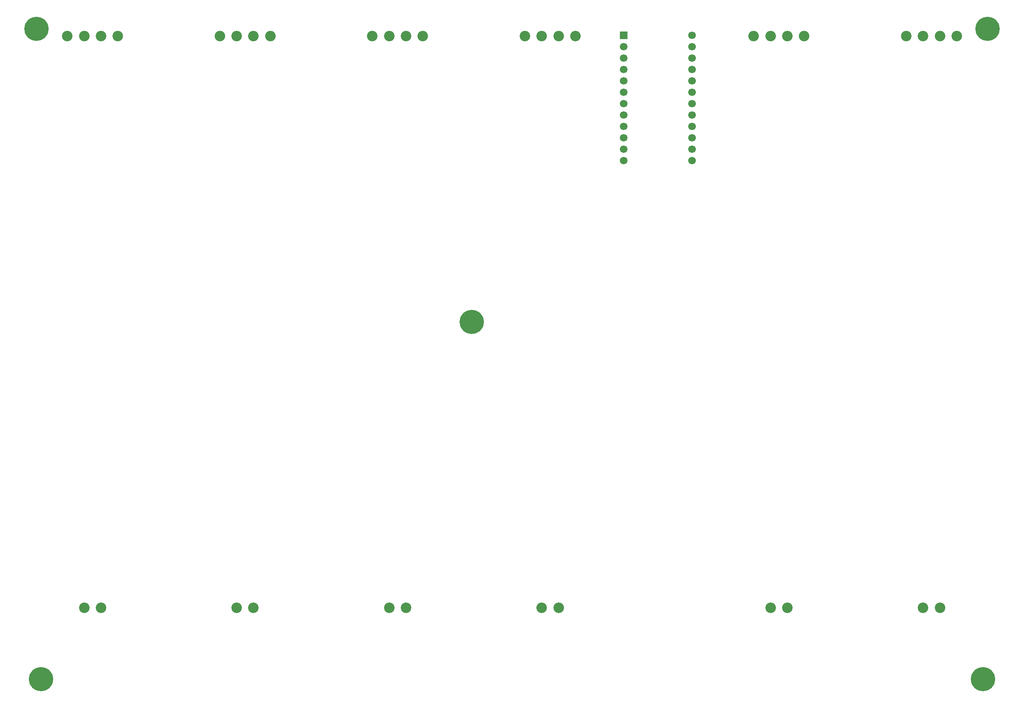
<source format=gbr>
%TF.GenerationSoftware,KiCad,Pcbnew,(5.1.6)-1*%
%TF.CreationDate,2020-07-07T10:02:33+02:00*%
%TF.ProjectId,Snackboard_pro_micro,536e6163-6b62-46f6-9172-645f70726f5f,rev?*%
%TF.SameCoordinates,Original*%
%TF.FileFunction,Soldermask,Bot*%
%TF.FilePolarity,Negative*%
%FSLAX46Y46*%
G04 Gerber Fmt 4.6, Leading zero omitted, Abs format (unit mm)*
G04 Created by KiCad (PCBNEW (5.1.6)-1) date 2020-07-07 10:02:33*
%MOMM*%
%LPD*%
G01*
G04 APERTURE LIST*
%ADD10R,1.700000X1.700000*%
%ADD11C,1.700000*%
%ADD12C,2.350000*%
%ADD13C,5.400000*%
G04 APERTURE END LIST*
D10*
%TO.C,U1*%
X196395000Y-36420000D03*
D11*
X196395000Y-38960000D03*
X196395000Y-41500000D03*
X196395000Y-44040000D03*
X196395000Y-46580000D03*
X196395000Y-49120000D03*
X196395000Y-51660000D03*
X196395000Y-54200000D03*
X196395000Y-56740000D03*
X196395000Y-59280000D03*
X196395000Y-61820000D03*
X196395000Y-64360000D03*
X211635000Y-64360000D03*
X211635000Y-61820000D03*
X211635000Y-59280000D03*
X211635000Y-56740000D03*
X211635000Y-54200000D03*
X211635000Y-51660000D03*
X211635000Y-49120000D03*
X211635000Y-46580000D03*
X211635000Y-44040000D03*
X211635000Y-41500000D03*
X211635000Y-38960000D03*
X211635000Y-36420000D03*
%TD*%
D12*
%TO.C,VR6*%
X76140000Y-164140000D03*
X72390000Y-36640000D03*
X76140000Y-36640000D03*
X79890000Y-164140000D03*
X83640000Y-36640000D03*
X79890000Y-36640000D03*
%TD*%
%TO.C,VR5*%
X110140000Y-164140000D03*
X106390000Y-36640000D03*
X110140000Y-36640000D03*
X113890000Y-164140000D03*
X117640000Y-36640000D03*
X113890000Y-36640000D03*
%TD*%
%TO.C,VR1*%
X263140000Y-164140000D03*
X259390000Y-36640000D03*
X263140000Y-36640000D03*
X266890000Y-164140000D03*
X270640000Y-36640000D03*
X266890000Y-36640000D03*
%TD*%
%TO.C,VR2*%
X229140000Y-164140000D03*
X225390000Y-36640000D03*
X229140000Y-36640000D03*
X232890000Y-164140000D03*
X236640000Y-36640000D03*
X232890000Y-36640000D03*
%TD*%
%TO.C,VR3*%
X178140000Y-164140000D03*
X174390000Y-36640000D03*
X178140000Y-36640000D03*
X181890000Y-164140000D03*
X185640000Y-36640000D03*
X181890000Y-36640000D03*
%TD*%
%TO.C,VR4*%
X144140000Y-164140000D03*
X140390000Y-36640000D03*
X144140000Y-36640000D03*
X147890000Y-164140000D03*
X151640000Y-36640000D03*
X147890000Y-36640000D03*
%TD*%
D13*
%TO.C,REF\u002A\u002A*%
X162515000Y-100390000D03*
%TD*%
%TO.C,REF\u002A\u002A*%
X66515000Y-180015000D03*
%TD*%
%TO.C,REF\u002A\u002A*%
X276515000Y-180015000D03*
%TD*%
%TO.C,REF\u002A\u002A*%
X277515000Y-35015000D03*
%TD*%
%TO.C,REF\u002A\u002A*%
X65515000Y-35015000D03*
%TD*%
M02*

</source>
